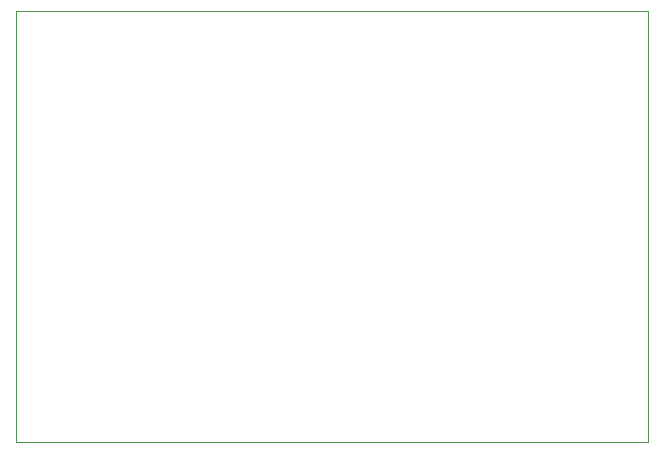
<source format=gbr>
G04 #@! TF.GenerationSoftware,KiCad,Pcbnew,(5.1.4)-1*
G04 #@! TF.CreationDate,2020-06-16T20:58:40+02:00*
G04 #@! TF.ProjectId,STM32F030C6_Board,53544d33-3246-4303-9330-43365f426f61,rev?*
G04 #@! TF.SameCoordinates,Original*
G04 #@! TF.FileFunction,Profile,NP*
%FSLAX46Y46*%
G04 Gerber Fmt 4.6, Leading zero omitted, Abs format (unit mm)*
G04 Created by KiCad (PCBNEW (5.1.4)-1) date 2020-06-16 20:58:40*
%MOMM*%
%LPD*%
G04 APERTURE LIST*
%ADD10C,0.050000*%
G04 APERTURE END LIST*
D10*
X147000000Y-129500000D02*
X200500000Y-129500000D01*
X147000000Y-93000000D02*
X147000000Y-129500000D01*
X200500000Y-93000000D02*
X147000000Y-93000000D01*
X200500000Y-129500000D02*
X200500000Y-93000000D01*
M02*

</source>
